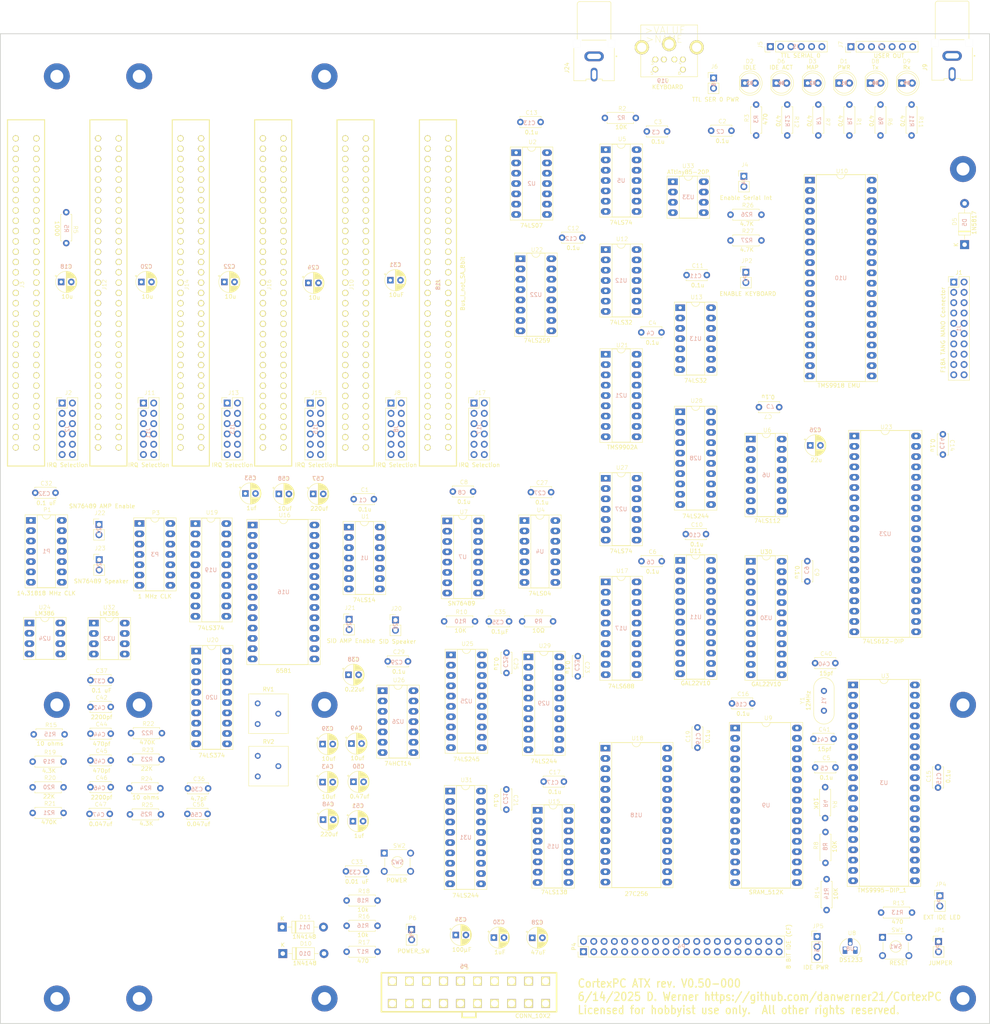
<source format=kicad_pcb>
(kicad_pcb (version 20240108) (generator "pcbnew") (generator_version "8.0")
  (title_block (title "CortexPC") (date "2025-06-09") (rev "V0.5") (company "Dan Werner "))
  (layers (0 "F.Cu" signal) (31 "B.Cu" signal) (34 "B.Paste" user) (35 "F.Paste" user) (36 "B.SilkS" user "B.Silkscreen") (37 "F.SilkS" user "F.Silkscreen") (38 "B.Mask" user) (39 "F.Mask" user) (44 "Edge.Cuts" user))
  (net 0 "")
  (net 1 "GND")
  (net 2 "VCC")
  (net 3 "Net-(D10-A)")
  (net 4 "Net-(D11-A)")
  (net 5 "{slash}RESET")
  (net 6 "SNDOUT")
  (net 7 "Net-(U7-AOUT)")
  (net 8 "Net-(C35-Pad2)")
  (net 9 "Net-(U3-XTAL1)")
  (net 10 "Net-(U3-XTAL2{slash}CLKIN)")
  (net 11 "Net-(D1-A)")
  (net 12 "Net-(D2-K)")
  (net 13 "Net-(D2-A)")
  (net 14 "Net-(D3-A)")
  (net 15 "Net-(D3-K)")
  (net 16 "Net-(D5-K)")
  (net 17 "~{ACTIVE}")
  (net 18 "Net-(D6-A)")
  (net 19 "Net-(D8-K)")
  (net 20 "Net-(D8-A)")
  (net 21 "Net-(D9-K)")
  (net 22 "Net-(D9-A)")
  (net 23 "5VSB")
  (net 24 "CPU-D4")
  (net 25 "CPU-D7")
  (net 26 "CPU-D2")
  (net 27 "~{VideoWrite}")
  (net 28 "CPU-A0")
  (net 29 "CPU-D6")
  (net 30 "CPU-D1")
  (net 31 "CPU-D0")
  (net 33 "~{VideoRead}")
  (net 34 "CPU-D3")
  (net 37 "CPU-D5")
  (net 38 "SOUNDCLOCK")
  (net 40 "Net-(J2-Pin_8)")
  (net 41 "Net-(J2-Pin_4)")
  (net 42 "Net-(J2-Pin_6)")
  (net 43 "Net-(J2-Pin_2)")
  (net 44 "B_INT")
  (net 45 "Net-(J2-Pin_10)")
  (net 46 "isa_iq_1")
  (net 48 "B_D3")
  (net 49 "B_SMEMR")
  (net 50 "B_A15")
  (net 52 "BUSCLK")
  (net 53 "B_D7")
  (net 54 "B_SMEMW")
  (net 56 "B_D4")
  (net 57 "B_A0")
  (net 58 "B_A18")
  (net 59 "B_D0")
  (net 60 "-5V")
  (net 62 "~{RES_OUT}")
  (net 64 "B_A17")
  (net 65 "B_A1")
  (net 66 "B_A7")
  (net 67 "B_A3")
  (net 68 "B_A16")
  (net 69 "B_A12")
  (net 70 "+12V")
  (net 72 "B_A10")
  (net 73 "B_D5")
  (net 75 "B_IOW")
  (net 76 "{slash}AEN")
  (net 77 "B_D2")
  (net 78 "B_D6")
  (net 80 "B_A6")
  (net 81 "B_A11")
  (net 83 "-12V")
  (net 85 "B_A9")
  (net 86 "B_A8")
  (net 87 "B_A19")
  (net 88 "B_A5")
  (net 89 "B_A4")
  (net 90 "B_IOR")
  (net 91 "B_D1")
  (net 92 "B_A2")
  (net 93 "B_A14")
  (net 94 "B_A13")
  (net 97 "Net-(J4-Pin_1)")
  (net 98 "~{CPU-INT4}")
  (net 99 "TX")
  (net 100 "Net-(J5-Pin_3)")
  (net 101 "RX")
  (net 102 "~{RTS}")
  (net 103 "~{CTS}")
  (net 104 "USEROUT3")
  (net 105 "USEROUT4")
  (net 106 "USEROUT5")
  (net 107 "USEROUT1")
  (net 108 "USEROUT2")
  (net 109 "Net-(J10-IRQ7)")
  (net 110 "Net-(J10-IRQ4)")
  (net 111 "Net-(J10-IRQ5)")
  (net 112 "Net-(J10-IRQ6)")
  (net 113 "Net-(J10-IRQ3)")
  (net 126 "Net-(J11-Pin_10)")
  (net 127 "Net-(J11-Pin_8)")
  (net 128 "Net-(J11-Pin_6)")
  (net 129 "Net-(J11-Pin_2)")
  (net 130 "Net-(J11-Pin_4)")
  (net 143 "Net-(J13-Pin_2)")
  (net 144 "Net-(J13-Pin_8)")
  (net 145 "Net-(J13-Pin_4)")
  (net 146 "Net-(J13-Pin_10)")
  (net 147 "Net-(J13-Pin_6)")
  (net 160 "Net-(J15-Pin_2)")
  (net 161 "Net-(J15-Pin_8)")
  (net 162 "Net-(J15-Pin_4)")
  (net 163 "Net-(J15-Pin_10)")
  (net 164 "Net-(J15-Pin_6)")
  (net 177 "Net-(J17-Pin_6)")
  (net 178 "Net-(J17-Pin_2)")
  (net 179 "Net-(J17-Pin_4)")
  (net 180 "Net-(J17-Pin_8)")
  (net 181 "Net-(J17-Pin_10)")
  (net 194 "Net-(JP4-A)")
  (net 195 "/IO/VCC_IDE")
  (net 202 "CPU-A1")
  (net 203 "CPU-A2")
  (net 209 "Net-(P4-Pin_1)")
  (net 212 "~{PWE}")
  (net 213 "~{CFSEL}")
  (net 220 "Net-(P4-Pin_38)")
  (net 221 "~{DBIN}")
  (net 223 "+3V3")
  (net 224 "PWR_ON")
  (net 225 "PG")
  (net 226 "Net-(P6-Pin_2)")
  (net 227 "Net-(U5A-~{R})")
  (net 228 "~{CPU-WAIT}")
  (net 229 "Net-(U7-READY)")
  (net 230 "Net-(U25-A->B)")
  (net 234 "Net-(U1-Pad11)")
  (net 250 "Net-(U3-~{NMI})")
  (net 251 "RA13")
  (net 252 "RA15")
  (net 253 "IAQ")
  (net 254 "Net-(U3-READY)")
  (net 255 "~{CPU-INT}")
  (net 256 "CPU-A5")
  (net 257 "CRUIN")
  (net 258 "CPU-A9")
  (net 259 "CPU-A8")
  (net 260 "CPU-A3")
  (net 261 "~{WE}")
  (net 262 "CPU-A10")
  (net 263 "RA12")
  (net 264 "RA14")
  (net 265 "CPU-A6")
  (net 266 "~{MEMEN}")
  (net 267 "CPU-A11")
  (net 268 "CPU-A4")
  (net 269 "CPU-A7")
  (net 270 "CLK")
  (net 271 "Net-(U6B-C)")
  (net 272 "Net-(U21-CRUCLK)")
  (net 273 "MAPEN")
  (net 274 "Net-(U23-R{slash}~{W})")
  (net 275 "~{CRUCLK}")
  (net 277 "Net-(U5A-D)")
  (net 278 "Net-(U5B-D)")
  (net 280 "Net-(U15-O7)")
  (net 282 "WAIT")
  (net 284 "~{SNDSEL}")
  (net 286 "CPU-A18")
  (net 287 "CPU-A17")
  (net 288 "CPU-A12")
  (net 289 "CPU-A14")
  (net 290 "CPU-A16")
  (net 291 "CPU-A13")
  (net 292 "~{ONBOARDRAM}")
  (net 293 "CPU-A15")
  (net 319 "~{ONBOARD_ROM}")
  (net 320 "~{ISFE}")
  (net 321 "~{VideoSel}")
  (net 322 "~{MAPSEL}")
  (net 324 "~{CPU-IORQ}")
  (net 325 "Net-(U16-CAP1A)")
  (net 326 "~{ROMEN}")
  (net 327 "USER")
  (net 328 "~{9902SEL}")
  (net 329 "IOW")
  (net 330 "SMEMR")
  (net 331 "IOR")
  (net 332 "SMEMW")
  (net 333 "~{CPU-MREQ}")
  (net 334 "Net-(U16-CAP1B)")
  (net 335 "Net-(U16-CAP2B)")
  (net 336 "Net-(U16-CAP2A)")
  (net 344 "~{FLAGSEL}")
  (net 345 "PROTECT")
  (net 352 "Net-(U27A-~{S})")
  (net 353 "Net-(U26-Pad2)")
  (net 355 "Net-(U27A-C)")
  (net 360 "Net-(U27A-D)")
  (net 372 "Net-(C47-Pad1)")
  (net 373 "Net-(C47-Pad2)")
  (net 374 "Net-(J20-Pin_2)")
  (net 375 "Net-(C49-Pad1)")
  (net 376 "Net-(J21-Pin_1)")
  (net 377 "Net-(C51-Pad1)")
  (net 378 "Net-(C53-Pad1)")
  (net 379 "Net-(J22-Pin_1)")
  (net 380 "Net-(C56-Pad2)")
  (net 381 "Net-(C56-Pad1)")
  (net 382 "Net-(J23-Pin_2)")
  (net 383 "Net-(C58-Pad1)")
  (net 384 "Net-(J21-Pin_2)")
  (net 385 "Net-(J22-Pin_2)")
  (net 386 "SIDCLK")
  (net 392 "Net-(R19-Pad2)")
  (net 393 "Net-(U24-+)")
  (net 394 "Net-(U32-+)")
  (net 395 "Net-(R25-Pad2)")
  (net 396 "Net-(U16-AUDIO_OUT)")
  (net 397 "~{SIDSEL}")
  (net 398 "Net-(U19-Cp)")
  (net 399 "Net-(U16-A2)")
  (net 402 "Net-(U16-D6)")
  (net 403 "Net-(U16-A0)")
  (net 404 "Net-(U16-D5)")
  (net 405 "Net-(U16-A3)")
  (net 406 "Net-(U16-A1)")
  (net 407 "Net-(U16-D4)")
  (net 408 "Net-(U16-D0)")
  (net 409 "Net-(U16-D7)")
  (net 410 "Net-(U16-D1)")
  (net 411 "Net-(U16-D2)")
  (net 412 "Net-(U16-A4)")
  (net 413 "Net-(U16-D3)")
  (net 422 "/IO/KBDCLK")
  (net 424 "/IO/KBDDAT")
  (net 426 "Net-(JP2-Pin_2)")
  (footprint "Custom:STD_DDW_PINHEAD_V_1x02" (layer "F.Cu") (at 118.7924 165.0558)
    (property "Reference" "J21")
    (property "Value" "SID AMP Enable")
  )
  (footprint "Custom:STD_DDW_PCAP" (layer "F.Cu") (at 102.7752 133.103)
    (property "Reference" "C58")
    (property "Value" "10uf")
  )
  (footprint "Custom:STD_DDW_DIP8" (layer "F.Cu") (at 59.5878 161.5696)
    (property "Reference" "U32")
    (property "Value" "LM386")
  )
  (footprint "MountingHole:MountingHole_3.2mm_M3_Pad_TopBottom" (layer "F.Cu") (at 112.7184 30.152)
    (property "Reference" "P18" (hide yes))
    (property "Value" "CONN_1")
  )
  (footprint "Custom:STD_DDW_CAP" (layer "F.Cu") (at 57.2348 211.939)
    (property "Reference" "C47")
    (property "Value" "0.047uf")
  )
  (footprint "Custom:STD_DDW_RESISTOR" (layer "F.Cu") (at 241.9438 40.894 -90)
    (property "Reference" "R1")
    (property "Value" "470")
  )
  (footprint "Custom:ATXConnector" (layer "F.Cu") (at 148.6078 255.9228)
    (property "Reference" "P5")
    (property "Value" "CONN_10X2")
  )
  (footprint "Custom:STD_DDW_CAP" (layer "F.Cu") (at 204.504 79.1224)
    (property "Reference" "C11")
    (property "Value" "0.1u")
  )
  (footprint "Custom:STD_DDW_DIP16" (layer "F.Cu") (at 146.7926 148.7368)
    (property "Reference" "U7")
    (property "Value" "SN76489")
  )
  (footprint "Custom:STD_DDW_CAP" (layer "F.Cu") (at 57.4634 178.989)
    (property "Reference" "C37")
    (property "Value" "0.1 uF")
  )
  (footprint "Custom:STD_DDW_RESISTOR" (layer "F.Cu") (at 234.278 40.894 -90)
    (property "Reference" "R7")
    (property "Value" "470")
  )
  (footprint "Custom:STD_DDW_DIP14" (layer "F.Cu") (at 185.8832 80.5786)
    (property "Reference" "U12")
    (property "Value" "74LS32")
  )
  (footprint "Custom:STD_DDW_PCAP" (layer "F.Cu") (at 233.8792 121.1396)
    (property "Reference" "C26")
    (property "Value" "22u")
  )
  (footprint "Custom:STD_DDW_PINHEAD_V_2x06" (layer "F.Cu") (at 150.8826 116.7892)
    (property "Reference" "J17")
    (property "Value" "IRQ Selection")
  )
  (footprint "Custom:STD_DDW_CAP" (layer "F.Cu") (at 210.5746 43.537)
    (property "Reference" "C2")
    (property "Value" "0.1u")
  )
  (footprint "Custom:STD_DDW_CAP" (layer "F.Cu") (at 193.3788 149.6582)
    (property "Reference" "C6")
    (property "Value" "0.1u")
  )
  (footprint "Custom:STD_DDW_CAP" (layer "F.Cu") (at 236.2286 200.4836)
    (property "Reference" "C5")
    (property "Value" "0.1u")
  )
  (footprint "MountingHole:MountingHole_3.2mm_M3_Pad_TopBottom" (layer "F.Cu") (at 112.7184 185.092)
    (property "Reference" "P16" (hide yes))
    (property "Value" "CONN_1")
  )
  (footprint "Custom:STD_DDW_RESISTOR" (layer "F.Cu") (at 121.9368 239.7774)
    (property "Reference" "R16")
    (property "Value" "10k")
  )
  (footprint "Custom:STD_DDW_RESISTOR" (layer "F.Cu") (at 249.6095 40.894 -90)
    (property "Reference" "R6")
    (property "Value" "470")
  )
  (footprint "Custom:STD_DDW_PINHEAD_V_2x06" (layer "F.Cu") (at 69.342 116.7892)
    (property "Reference" "J11")
    (property "Value" "IRQ Selection")
  )
  (footprint "Custom:STD_DDW_CAP" (layer "F.Cu") (at 166.0992 132.6402)
    (property "Reference" "C27")
    (property "Value" "0.1u")
  )
  (footprint "Custom:STD_DDW_DIP14" (layer "F.Cu") (at 122.5356 148.9808)
    (property "Reference" "U1")
    (property "Value" "74LS14")
  )
  (footprint "Custom:STD_DDW_DIP40" (layer "F.Cu") (at 250.9768 142.8752)
    (property "Reference" "U23")
    (property "Value" "74LS612-DIP")
  )
  (footprint "Custom:STD_DDW_DIP16" (layer "F.Cu") (at 164.852 84.0938)
    (property "Reference" "U22")
    (property "Value" "74LS259")
  )
  (footprint "Custom:STD_DDW_DIP20" (layer "F.Cu") (at 84.8674 183.327)
    (property "Reference" "U20")
    (property "Value" "74LS374")
  )
  (footprint "MountingHole:MountingHole_3.2mm_M3_Pad_TopBottom" (layer "F.Cu") (at 46.6784 257.482)
    (property "Reference" "P13" (hide yes))
    (property "Value" "CONN_1")
  )
  (footprint "Custom:STD_DDW_RESISTOR" (layer "F.Cu") (at 48.7666 67.4284 -90)
    (property "Reference" "R5")
    (property "Value" "1000")
  )
  (footprint "Custom:STD_DDW_CAP" (layer "F.Cu") (at 169.2488 203.9888)
    (property "Reference" "C17")
    (property "Value" "0.1u")
  )
  (footprint "Custom:STD_DDW_PINHEAD_V_1x07" (layer "F.Cu") (at 250.7046 22.838 90)
    (property "Reference" "J7")
    (property "Value" "USER OUT")
  )
  (footprint "Custom:STD_DDW_PINHEAD_V_1x02" (layer "F.Cu") (at 134.2102 241.5098)
    (property "Reference" "P6")
    (property "Value" "POWER_SW")
  )
  (footprint "Custom:STD_DDW_PINHEAD_V_1x02" (layer "F.Cu") (at 57.1466 150.3492)
    (property "Reference" "J23")
    (property "Value" "SN76489 Speaker")
  )
  (footprint "Custom:STD_DDW_CAP" (layer "F.Cu") (at 120.4722 226.1108)
    (property "Reference" "C33")
    (property "Value" "0.01 uF")
  )
  (footprint "Custom:STD_DDW_PCAP" (layer "F.Cu") (at 113.5848 204.1246)
    (property "Reference" "C43")
    (property "Value" "10uf")
  )
  (footprint "Custom:STD_DDW_DIP24_Skinny" (layer "F.Cu") (at 217.8498 149.7132)
    (property "Reference" "U30")
    (property "Value" "GAL22V10")
  )
  (footprint "Custom:STD_DDW_TACTSW" (layer "F.Cu") (at 253.6268 244.7114)
    (property "Reference" "SW1")
    (property "Value" "RESET")
  )
  (footprint "Custom:STD_DDW_RESISTOR" (layer "F.Cu") (at 68.6222 198.7818)
    (property "Reference" "R23")
    (property "Value" "22K")
  )
  (footprint "Custom:STD_DDW_CAP" (layer "F.Cu") (at 157.6056 174.7314 -90)
    (property "Reference" "C25")
    (property "Value" "0.1u")
  )
  (footprint "Custom:STD_DDW_CAP" (layer "F.Cu") (at 175.2078 175.5734 -90)
    (property "Reference" "C23")
    (property "Value" "0.1u")
  )
  (footprint "Custom:STD_DDW_DIP16" (layer "F.Cu") (at 169.0938 220.0854)
    (property "Reference" "U15")
    (property "Value" "74LS138")
  )
  (footprint "Custom:STD_DDW_CAP" (layer "F.Cu") (at 194.6996 43.7148)
    (property "Reference" "C3")
    (property "Value" "0.1u")
  )
  (footprint "Custom:STD_DDW_PCAP" (layer "F.Cu") (at 121.0778 213.7734)
    (property "Reference" "C51")
    (property "Value" "1uf")
  )
  (footprint "MountingHole:MountingHole_3.2mm_M3_Pad_TopBottom" (layer "F.Cu") (at 66.9984 30.152)
    (property "Reference" "P2" (hide yes))
    (property "Value" "CONN_1")
  )
  (footprint "Custom:STD_DDW_LED5" (layer "F.Cu") (at 248.5686 26.9482)
    (property "Reference" "D8")
    (property "Value" "Tx")
  )
  (footprint "Custom:STD_DDW_PCAP" (layer "F.Cu") (at 111.2588 133.103)
    (property "Reference" "C57")
    (property "Value" "220uf")
  )
  (footprint "Custom:STD_DDW_RESISTOR" (layer "F.Cu") (at 236.5008 220.2774 90)
    (property "Reference" "R8")
    (property "Value" "10K")
  )
  (footprint "Custom:STD_DDW_DIP14" (layer "F.Cu") (at 185.8832 55.9406)
    (property "Reference" "U5")
    (property "Value" "74LS74")
  )
  (footprint "Custom:STD_DDW_PCAP" (layer "F.Cu") (at 113.7118 213.3924)
    (property "Reference" "C48")
    (property "Value" "220uf")
  )
  (footprint "Custom:STD_DDW_RESISTOR" (layer "F.Cu") (at 121.9368 246.1782)
    (property "Reference" "R17")
    (property "Value" "470")
  )
  (footprint "Custom:STD_DDW_PINHEAD_V_2x06" (layer "F.Cu") (at 110.4966 116.7892)
    (property "Reference" "J15")
    (property "Value" "IRQ Selection")
  )
  (footprint "Custom:STD_DDW_RESISTOR" (layer "F.Cu") (at 216.628 70.842)
    (property "Reference" "R27")
    (property "Value" "4.7K")
  )
  (footprint "Custom:STD_DDW_DIP28" (layer "F.Cu") (at 102.6266 157.1288)
    (property "Reference" "U16")
    (property "Value" "6581")
  )
  (footprint "Custom:STD_DDW_CAP" (layer "F.Cu") (at 57.4634 198.759)
    (property "Reference" "C45")
    (property "Value" "470pf")
  )
  (footprint "Custom:STD_DDW_DIP14" (layer "F.Cu") (at 204.2474 94.9042)
    (property "Reference" "U13")
    (property "Value" "74LS32")
  )
  (footprint "Custom:STD_DDW_LED5" (layer "F.Cu") (at 240.8216 26.9482)
    (property "Reference" "D1")
    (property "Value" "PWR")
  )
  (footprint "Custom:STD_DDW_DIP14" (layer "F.Cu") (at 44.1004 147.3298)
    (property "Reference" "P1")
    (property "Value" "14.31818 MHz CLK")
  )
  (footprint "Custom:STD_DDW_CAP" (layer "F.Cu") (at 264.009 202.9882 90)
    (property "Reference" "C15")
    (property "Value" "0.1u")
  )
  (footprint "Custom:STD_DDW_RESISTOR" (layer "F.Cu") (at 226.6123 40.894 -90)
    (property "Reference" "R12")
    (property "Value" "470")
  )
  (footprint "Custom:STD_DDW_DIP20" (layer "F.Cu") (at 147.707 184.2668)
    (property "Reference" "U25")
    (property "Value" "74LS245")
  )
  (footprint "Custom:STD_DDW_PCAP" (layer "F.Cu") (at 165.3032 242.5192)
    (property "Reference" "C28")
    (property "Value" "47uF")
  )
  (footprint "Custom:STD_DDW_RESISTOR" (layer "F.Cu") (at 44.4922 205.6398)
    (property "Reference" "R20")
    (property "Value" "22K")
  )
  (footprint "Custom:STD_DDW_PINHEAD_V_1x02" (layer "F.Cu") (at 57.0958 141.6624)
    (property "Reference" "J22")
    (property "Value" "SN76489 AMP Enable")
  )
  (footprint "Custom:STD_DDW_DIP24_Skinny" (layer "F.Cu") (at 200.4314 149.479)
    (property "Reference" "U11")
    (property "Value" "GAL22V10")
  )
  (footprint "Custom:STD_DDW_LED5" (layer "F.Cu") (at 225.3276 26.9482)
    (property "Reference" "D6")
    (property "Value" "IDE ACT")
  )
  (footprint "Custom:STD_DDW_RESISTOR" (layer "F.Cu") (at 253.7714 236.5248)
    (property "Reference" "R13")
    (property "Value" "470")
  )
  (footprint "Custom:STD_DDW_PCAP" (layer "F.Cu") (at 119.971 177.68)
    (property "Reference" "C38")
    (property "Value" "0.22uf")
  )
  (footprint "Custom:STD_DDW_PINHEAD_V_1x02" (layer "F.Cu") (at 216.176 55.8358)
    (property "Reference" "J4")
    (property "Value" "Enable Serial Int")
  )
  (footprint "Custom:BUSPC_HOST" (layer "F.Cu") (at 140.1758 81.514 90)
    (property "Reference" "J18")
    (property "Value" "Bus_I_not_SA_8bit")
  )
  (footprint "Potentiometer_THT:Potentiometer_Bourns_3386F_Vertical" (layer "F.Cu") (at 96.2406 202.7428)
    (property "Reference" "RV2")
    (property "Value" "1K")
  )
  (footprint "Custom:STD_DDW_RESISTOR" (layer "F.Cu") (at 235.9646 209.1604 -90)
    (property "Reference" "R4")
    (property "Value" "10K")
  )
  (footprint "MountingHole:MountingHole_3.2mm_M3_Pad_TopBottom" (layer "F.Cu") (at 46.6784 185.092)
    (property "Reference" "P14" (hide yes))
    (property "Value" "CONN_1")
  )
  (footprint "Custom:STD_DDW_PCAP" (layer "F.Cu") (at 130.298 80.4234)
    (property "Reference" "C31")
    (property "Value" "10uF")
  )
  (footprint "Custom:STD_DDW_PCAP" (layer "F.Cu") (at 146.431 241.8334)
    (property "Reference" "C34")
    (property "Value" "100µF")
  )
  (footprint "Custom:CUI_RCJ-047" (layer "F.Cu") (at 267.5128 21.1164 90)
    (property "Reference" "J9")
    (property "Value" "AUDIO OUT")
    (fp_line (start 0 -5.15) (end -1.7 -5.15) (stroke (width 0.01)) (layer "Edge.Cuts"))
    (fp_line (start -1.7 -5.15) (end -1.7 -3.35) (stroke (width 0.01)) (layer "Edge.Cuts"))
    (fp_line (start 0 -3.35) (end 0 -5.15) (stroke (width 0.01)) (layer "Edge.Cuts"))
    (fp_line (start -1.7 -3.35) (end 0 -3.35) (stroke (width 0.01)) (layer "Edge.Cuts"))
    (fp_line (start 0 3.35) (end -1.7 3.35) (stroke (width 0.01)) (layer "Edge.Cuts"))
    (fp_line (start -1.7 3.35) (end -1.7 5.15) (stroke (width 0.01)) (layer "Edge.Cuts"))
    (fp_line (start 0 5.15) (end 0 3.35) (stroke (width 0.01)) (layer "Edge.Cuts"))
    (fp_line (start -1.7 5.15) (end 0 5.15) (stroke (width 0.01)) (layer "Edge.Cuts"))
  )
  (footprint "Custom:STD_DDW_RESISTOR" (layer "F.Cu") (at 68.7492 192.3048)
    (property "Reference" "R22")
    (property "Value" "470K")
  )
  (footprint "Custom:STD_DDW_RESISTOR" (layer "F.Cu") (at 165.2438 164.7458)
    (property "Reference" "R9")
    (property "Value" "10Ω")
  )
  (footprint "Custom:STD_DDW_PCAP" (layer "F.Cu") (at 120.6968 194.6472)
    (property "Reference" "C49")
    (property "Value" "10uf")
  )
  (footprint "Custom:STD_DDW_DIP20" (layer "F.Cu") (at 185.8832 166.2836)
    (property "Reference" "U17")
    (property "Value" "74LS688")
  )
  (footprint "Custom:STD_DDW_CAP" (layer "F.Cu") (at 57.4634 192.169)
    (property "Reference" "C44")
    (property "Value" "470pf")
  )
  (footprint "Custom:STD_DDW_PCAP" (layer "F.Cu") (at 155.825 242.4754)
    (property "Reference" "C30")
    (property "Value" "1uF")
  )
  (footprint "Custom:STD_DDW_CAP" (layer "F.Cu") (at 81.488 205.6538)
    (property "Reference" "C36")
    (property "Value" "4.7pF")
  )
  (footprint "MountingHole:MountingHole_3.2mm_M3_Pad_TopBottom" (layer "F.Cu") (at 66.9984 185.092)
    (property "Reference" "P15" (hide yes))
    (property "Value" "CONN_1")
  )
  (footprint "Custom:STD_DDW_PINHEAD_V_1x03" (layer "F.Cu") (at 234.2354 244.721)
    (property "Reference" "JP5")
    (property "Value" "IDE PWR")
  )
  (footprint "Custom:STD_DDW_CAP" (layer "F.Cu") (at 81.3648 211.939)
    (property "Reference" "C56")
    (property "Value" "0.047uf")
  )
  (footprint "MountingHole:MountingHole_3.2mm_M3_Pad_TopBottom" (layer "F.Cu") (at 66.9984 257.482)
    (property "Reference" "P12" (hide yes))
    (property "Value" "CONN_1")
  )
  (footprint "Custom:STD_DDW_CAP" (layer "F.Cu") (at 57.4634 185.579)
    (property "Reference" "C42")
    (property "Value" "2200pf")
  )
  (footprint "MountingHole:MountingHole_3.2mm_M3_Pad_TopBottom" (layer "F.Cu") (at 270.1984 185.092)
    (property "Reference" "P9" (hide yes))
    (property "Value" "CONN_1")
  )
  (footprint "Custom:STD_DDW_PinHeader_2x10" (layer "F.Cu") (at 267.9192 80.8736)
    (property "Reference" "J1")
    (property "Value" "F18A TANG NANO Connector")
  )
  (footprint "Custom:STD_DDW_CAP" (layer "F.Cu") (at 193.328 93.2448)
    (property "Reference" "C4")
    (property "Value" "0.1u")
  )
  (footprint "Custom:STD_DDW_PCAP" (layer "F.Cu") (at 89.3572 80.8482)
    (property "Reference" "C22")
    (property "Value" "10u")
  )
  (footprint "Custom:STD_DDW_PINHEAD_V_1x02" (layer "F.Cu") (at 130.2224 165.2082)
    (property "Reference" "J20")
    (property "Value" "SID Speaker")
  )
  (footprint "Custom:STD_DDW_DIP14" (layer "F.Cu") (at 70.872 148.0918)
    (property "Reference" "P3")
    (property "Value" "1 MHz CLK")
  )
  (footprint "Custom:STD_DDW_DIP32" (layer "F.Cu") (at 221.651 209.9308)
    (property "Reference" "U9")
    (property "Value" "SRAM_512K")
  )
  (footprint "Custom:STD_DDW_PINHEAD_V_1x02" (layer "F.Cu") (at 208.683 31.6042)
    (property "Reference" "J6")
    (property "Value" "TTL SER 0 PWR")
  )
  (footprint "Custom:STD_DDW_CAP" (layer "F.Cu") (at 122.3858 134.3674)
    (property "Reference" "C1")
    (property "Value" "0.1u")
  )
  (footprint "Custom:STD_DDW_DIP14" (layer "F.Cu") (at 165.8426 147.3806)
    (property "Reference" "U4")
    (property "Value" "74LS04")
  )
  (footprint "Custom:STD_DDW_CAP" (layer "F.Cu") (at 204.6746 193.1584 90)
    (property "Reference" "C19")
    (property "Value" "0.1u")
  )
  (footprint "Custom:STD_DDW_PINHEAD_V_1x06" (layer "F.Cu") (at 229.5618 23.3206 90)
    (property "Reference" "J5")
    (property "Value" "TTL SERIAL 0")
  )
  (footprint "Custom:STD_DDW_DIP20" (layer "F.Cu") (at 166.8078 184.7748)
    (property "Reference" "U29")
    (property "Value" "74LS244")
  )
  (footprint "Custom:STD_DDW_PCAP" (layer "F.Cu") (at 113.5848 194.7742)
    (property "Reference" "C39")
    (property "Value" "10uf")
  )
  (footprint "MountingHole:MountingHole_3.2mm_M3_Pad_TopBottom" (layer "F.Cu") (at 270.1984 257.482)
    (property "Reference" "P10" (hide yes))
    (property "Value" "CONN_1")
  )
  (footprint "Custom:STD_DDW_RESISTOR" (layer "F.Cu") (at 185.64 40.6414)
    (property "Reference" "R2")
    (property "Value" "10K")
  )
  (footprint "Custom:STD_DDW_CAP" (layer "F.Cu") (at 265.2508 120.8872 -90)
    (property "Reference" "C14")
    (property "Value" "0.1u")
  )
  (footprint "Custom:STD_DDW_TACTSW" (layer "F.Cu") (at 130.7162 223.9342)
    (property "Reference" "SW2")
    (property "Value" "POWER")
  )
  (footprint "Potentiometer_THT:Potentiometer_Bourns_3386F_Vertical" (layer "F.Cu") (at 96.2152 189.8142)
    (property "Reference" "RV1")
    (property "Value" "1K")
  )
  (footprint "Custom:STD_DDW_DIODE" (layer "F.Cu") (at 107.8268 246.4814)
    (property "Reference" "D10")
    (property "Value" "1N4148")
  )
  (footprint "Custom:STD_DDW_RESISTOR" (layer "F.Cu") (at 219.4066 40.962 90)
    (property "Reference" "R3")
    (property "Value" "470")
  )
  (footprint "Custom:STD_DDW_DIP40" (layer "F.Cu") (at 250.672 204.2416)
    (property "Reference" "U3")
    (property "Value" "TMS9995-DIP_1")
  )
  (footprint "Custom:STD_DDW_CAP" (layer "F.Cu") (at 157.5802 208.4156 -90)
    (property "Reference" "C21")
    (property "Value" "0.1u")
  )
  (footprint "Custom:BUSPC_HOST" (layer "F.Cu") (at 79.2158 81.514 90)
    (property "Reference" "J14")
    (property "Value" "Bus_I_not_SA_8bit")
  )
  (footprint "Custom:STD_DDW_RESISTOR" (layer "F.Cu") (at 44.4922 199.3152)
    (property "Reference" "R19")
    (property "Value" "4.3K")
  )
  (footprint "Custom:STD_DDW_TO92" (layer "F.Cu") (at 242.3028 245.1642)
    (property "Reference" "U8")
    (property "Value" "DS1233")
  )
  (footprint "Custom:STD_DDW_RESISTOR" (layer "F.Cu") (at 236.7788 231.902 90)
    (property "Reference" "R14")
    (property "Value" "10K")
  )
  (footprint "Custom:STD_DDW_LED5" (layer "F.Cu") (at 233.0746 26.9482)
    (property "Reference" "D3")
    (property "Value" "MAP")
  )
  (footprint "Custom:STD_DDW_PCAP" (layer "F.Cu") (at 68.8808 80.8552)
    (property "Reference" "C20")
    (property "Value" "10u")
  )
  (footprint "Custom:STD_DDW_PINHEAD_V_2x06" (layer "F.Cu") (at 130.4102 116.7892)
    (property "Reference" "J8")
    (property "Value" "IRQ Selection")
  )
  (footprint "Custom:STD_DDW_CAP" (layer "F.Cu") (at 43.849 132.7926)
    (property "Reference" "C32")
    (property "Value" "0.1 uF")
  )
  (footprint "Custom:STD_DDW_PCAP" (layer "F.Cu") (at 94.5348 133.0014)
    (property "Reference" "C53")
    (property "Value" "1uf")
  )
  (footprint "Custom:STD_DDW_RESISTOR" (layer "F.Cu") (at 216.628 64.492)
    (property "Reference" "R26")
    (property "Value" "4.7K")
  )
  (footprint "Custom:STD_DDW_DIP16" (layer "F.Cu") (at 221.6658 128.5494)
    (property "Reference" "U6")
    (property "Value" "74LS112")
  )
  (footprint "Custom:STD_DDW_RESISTOR" (layer "F.Cu") (at 44.4922 211.9644)
    (property "Reference" "R21")
    (property "Value" "470K")
  )
  (footprint "MountingHole:MountingHole_3.2mm_M3_Pad_TopBottom" (layer "F.Cu") (at 270.1984 53.012)
    (property "Reference" "P17" (hide yes))
    (property "Value" "CONN_1")
  )
  (footprint "Custom:STD_DDW_CAP" (layer "F.Cu") (at 231.8244 152.1546 -90)
    (property "Reference" "C9")
    (property "Value" "0.1u")
  )
  (footprint "Custom:STD_DDW_PINHEAD_V_1x02" (layer "F.Cu") (at 264.5122 233.199)
    (property "Reference" "JP4")
    (property "Value" "EXT IDE LED")
  )
  (footprint "Custom:STD_DDW_DIODE" (layer "F.Cu") (at 107.6998 239.9536)
    (property "Reference" "D11")
    (property "Value" "1N4148")
  )
  (footprint "Custom:STD_DDW_DIP28" (layer "F.Cu") (at 189.647 212.1198)
    (property "Reference" "U18")
    (property "Value" "27C256")
  )
  (footprint "Custom:STD_DDW_DIP20" (layer "F.Cu") (at 204.2474 124.3482)
    (property "Reference" "U28")
    (property "Value" "74LS244")
  )
  (footprint "Custom:STD_DDW_PINHEAD_V_1x02" (layer "F.Cu") (at 264.182 244.4766)
    (property "Reference" "JP1")
    (property "Value" "JUMPER")
  )
  (footprint "Custom:STD_DDW_DIP14" (layer "F.Cu") (at 130.8414 189.316)
    (property "Reference" "U26")
    (property "Value" "74HCT14")
  )
  (footprint "Custom:STD_DDW_CAP" (layer "F.Cu") (at 222.3684 111.7332 180)
    (property "Reference" "C7")
    (property "Value" "0.1u")
  )
  (footprint "Custom:STD_DDW_CAP" (layer "F.Cu") (at 236.2032 174.7788)
    (property "Reference" "C40")
    (property "Value" "15pf")
  )
  (footprint "MountingHole:MountingHole_3.2mm_M3_Pad_TopBottom" (layer "F.Cu") (at 46.6784 30.152)
    (property "Reference" "P7" (hide yes))
    (property "Value" "CONN_1")
  )
  (footprint "Custom:BUSPC_HOST" (layer "F.Cu") (at 38.5758 81.514 90)
    (property "Reference" "J3")
    (property "Value" "Bus_I_not_SA_8bit")
  )
  (footprint "Custom:BUSPC_HOST" (layer "F.Cu") (at 119.8558 81.514 90)
    (property "Reference" "J10")
    (property "Value" "Bus_I_not_SA_8bit")
  )
  (footprint "Custom:CUI_RCJ-047" (layer "F.Cu") (at 179.197 21.2344 90)
    (property "Reference" "J24")
    (property "Value" "SID OUT")
    (fp_line (start 0 -5.15) (end -1.7 -5.15) (stroke (width 0.01)) (layer "Edge.Cuts"))
    (fp_line (start -1.7 -5.15) (end -1.7 -3.35) (stroke (width 0.01)) (layer "Edge.Cuts"))
    (fp_line (start 0 -3.35) (end 0 -5.15) (stroke (width 0.01)) (layer "Edge.Cuts"))
    (fp_line (start -1.7 -3.35) (end 0 -3.35) (stroke (width 0.01)) (layer "Edge.Cuts"))
    (fp_line (start 0 3.35) (end -1.7 3.35) (stroke (width 0.01)) (layer "Edge.Cuts"))
    (fp_line (start -1.7 3.35) (end -1.7 5.15) (stroke (width 0.01)) (layer "Edge.Cuts"))
    (fp_line (start 0 5.15) (end 0 3.35) (stroke (width 0.01)) (layer "Edge.Cuts"))
    (fp_line (start -1.7 5.15) (end 0 5.15) (stroke (width 0.01)) (layer "Edge.Cuts"))
  )
  (footprint "Custom:STD_DDW_LED5" (layer "F.Cu") (at 256.3156 26.9482)
    (property "Reference" "D9")
    (property "Value" "Rx")
  )
  (footprint "Custom:STD_DDW_CAP" (layer "F.Cu") (at 235.7714 193.4478)
    (property "Reference" "C41")
    (property "Value" "15pf")
  )
  (footprint "Custom:STD_DDW_RESISTOR" (layer "F.Cu") (at 257.2752 40.894 -90)
    (property "Reference" "R11")
    (property "Value" "470")
  )
  (footprint "Custom:STD_DDW_CAP" (layer "F.Cu") (at 155.736 164.4918)
    (property "Reference" "C35")
    (property "Value" "0.1µF")
  )
  (footprint "Custom:STD_DDW_CAP" (layer "F.Cu") (at 163.5084 41.4034)
    (property "Reference" "C13")
    (property "Value" "0.1u")
  )
  (footprint "Custom:STD_DDW_RESISTOR" (layer "F.Cu") (at 145.9906 164.7458)
    (property "Reference" "R10")
    (property "Value" "10K")
  )
  (footprint "Custom:STD_DDW_CAP" (layer "F.Cu") (at 130.7932 174.347)
    (property "Reference" "C29")
    (property "Value" "0.1u")
  )
  (footprint "Custom:STD_DDW_PINHEAD_V_2x06" (layer "F.Cu") (at 89.9988 116.7892)
    (property "Reference" "J13")
    (property "Value" "IRQ Selection")
  )
  (footprint "Custom:STD_DDW_DIP18" (layer "F.Cu") (at 186.1372 108.895)
    (property "Reference" "U21")
    (property "Value" "TMS9902A")
  )
  (footprint "Custom:STD_DDW_DIP20" (layer "F.Cu") (at 147.5038 217.8456)
    (property "Reference" "U31")
    (property "Value" "74LS244")
  )
  (footprint "Custom:STD_DDW_DIP40" (layer "F.Cu") (at 240.0294 79.807)
    (property "Reference" "U10")
    (property "Value" "TMS9918 EMU")
  )
  (footprint "Custom:STD_DDW_DIP8" (layer "F.Cu") (at 43.6974 161.5397)
    (property "Reference" "U24")
    (property "Value" "LM386")
  )
  (footprint "Custom:STD_DDW_CAP" (layer "F.Cu") (at 146.846 132.4878)
    (property "Reference" "C8")
    (property "Value" "0.1u")
  )
  (footprint "Custom:STD_DDW_CAP" (layer "F.Cu") (at 57.4634 205.349)
    (property "Reference" "C46")
    (property "Value" "2200pf")
  )
  (footprint "Custom:STD_DDW_PCAP" (layer "F.Cu") (at 49.0982 80.8482)
    (property "Reference" "C18")
    (property "Value" "10u")
  )
  (footprint "Custom:STD_DDW_DIP14" (layer "F.Cu") (at 163.7852 56.6772)
    (property "Reference" "U2")
    (property "Value" "74LS07")
  )
  (footprint "Custom:STD_DDW_PINHEAD_V_2x06" (layer "F.Cu") (at 49.2826 116.7892)
    (property "Reference" "J2")
    (property "Value" "IRQ Selection")
  )
  (footprint "Custom:STD_DDW_CAP" (layer "F.Cu") (at 215.7054 184.7102)
    (property "Reference" "C16")
    (property "Value" "0.1u")
  )
  (footprint "Custom:STD_DDW_PCAP" (layer "F.Cu") (at 121.2048 204.0706)
    (property "Reference" "C50")
    (property "Value" "0.47uf")
  )
  (footprint "Custom:STD_DDW_DIP8" (layer "F.Cu") (at 202.412 52.756)
    (property "Reference" "U33")
    (property "Value" "ATtiny85-20P")
  )
  (footprint "Custom:STD_DDW_CAP" (layer "F.Cu") (at 173.7954 69.9022)
    (property "Reference" "C12")
    (property "Value" "0.1u")
  )
  (footprint "Custom:BUSPC_HOST" (layer "F.Cu") (at 99.5358 81.514 90)
    (property "Reference" "J16")
    (property "Value" "Bus_I_not_SA_8bit")
  )
  (footprint "Custom:STD_DDW_DIP20" (layer "F.Cu") (at 84.6896 151.9072)
    (property "Reference" "U19")
    (property "Value" "74LS374")
  )
  (footprint "Custom:STD_DDW_CAP" (layer "F.Cu") (at 204.3008 142.978)
    (property "Reference" "C10")
    (property "Value" "0.1u")
  )
  (footprint "Custom:STD_DDW_RESISTOR" (layer "F.Cu") (at 68.3682 205.8684)
    (property "Reference" "R24")
    (property "Value" "10 ohms")
  )
  (footprint "Custom:STD_DDW_XTAL" (layer "F.Cu") (at 231.0578 184.0448 90)
    (property "Reference" "Y1")
    (property "Value" "12MHz")
  )
  (footprint "Custom:STD_DDW_DIP14" (layer "F.Cu") (at 185.8832 136.9412)
    (property "Reference" "U27")
    (property "Value" "74LS74")
  )
  (footprint "Custom:STD_DDW_PINHEAD_V_1x02" (layer "F.Cu") (at 216.662 79.502)
    (property "Reference" "JP2")
    (property "Value" "ENABLE KEYBOARD")
  )
  (footprint "Custom:STD_DDW_PINHEAD_V_2x20" (layer "F.Cu") (at 176.5808 245.9482 90)
    (property "Reference" "P4")
    (property "Value" "8 BIT IDE (CF)")
  )
  (footprint "Custom:STD_DDW_RESISTOR" (layer "F.Cu") (at 68.4952 212.32)
    (property "Reference" "R25")
    (property "Value" "4.3K")
  )
  (footprint "Custom:STD_DDW_LED5" (layer "F.Cu") (at 217.5806 26.9482)
    (property "Reference" "D2")
    (property "Value" "IDLE")
  )
  (footprint "Custom:STD_DDW_RESISTOR" (layer "F.Cu") (at 121.9368 233.5544)
    (property "Reference" "R18")
    (property "Value" "10k")
  )
  (footprint "Custom:STD_DDW_PCAP" (layer "F.Cu") (at 110.0796 81.0838)
    (property "Reference" "C24")
    (property "Value" "10u")
  )
  (footprint "Custom:BUSPC_HOST" (layer "F.Cu") (at 58.8958 81.514 90)
    (property "Reference" "J12")
    (property "Value" "Bus_I_not_SA_8bit")
  )
  (footprint "Custom:PS2_DIN" (layer "F.Cu") (at 197.08622 25.16886)
    (property "Reference" "J19")
    (property "Value" "KEYBOARD")
  )
  (footprint "Custom:STD_DDW_RESISTOR" (layer "F.Cu") (at 44.7462 192.6008)
    (property "Reference" "R15")
    (property "Value" "10 ohms")
  )
  (footprint "Custom:STD_DDW_DIODE" (layer "F.Cu") (at 270.6622 66.2394 90)
    (property "Reference" "D5")
    (property "Value" "1N5817")
  )
  (footprint "MountingHole:MountingHole_3.2mm_M3_Pad_TopBottom" (layer "F.Cu") (at 112.7184 257.482)
    (property "Reference" "P11" (hide yes))
    (property "Value" "CONN_1")
  )
  (gr_rect (start 32.7584 19.652) (end 276.7584 263.652) (stroke (width 0.2)) (fill none) (layer "Edge.Cuts"))
  (gr_text "CortexPC ATX rev. V0.50-000\n6/14/2025 D. Werner https://github.com/danwerner21/CortexPC\nLicensed for hobbyist use only.  All other rights reserved." (at 174.9738 257.028 0) (layer "F.SilkS") (effects (font (size 2.032 1.778) (thickness 0.3048)) (justify left)))
)
</source>
